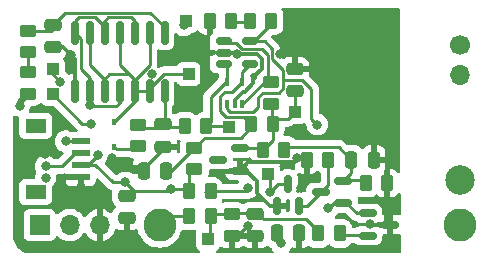
<source format=gbr>
%TF.GenerationSoftware,KiCad,Pcbnew,8.99.0-unknown-2123e2ca9c~177~ubuntu22.04.1*%
%TF.CreationDate,2024-04-04T17:44:23+09:00*%
%TF.ProjectId,SafePulse,53616665-5075-46c7-9365-2e6b69636164,V1.2.4*%
%TF.SameCoordinates,PX78d49e0PY49c7f08*%
%TF.FileFunction,Copper,L4,Bot*%
%TF.FilePolarity,Positive*%
%FSLAX46Y46*%
G04 Gerber Fmt 4.6, Leading zero omitted, Abs format (unit mm)*
G04 Created by KiCad (PCBNEW 8.99.0-unknown-2123e2ca9c~177~ubuntu22.04.1) date 2024-04-04 17:44:23*
%MOMM*%
%LPD*%
G01*
G04 APERTURE LIST*
G04 Aperture macros list*
%AMRoundRect*
0 Rectangle with rounded corners*
0 $1 Rounding radius*
0 $2 $3 $4 $5 $6 $7 $8 $9 X,Y pos of 4 corners*
0 Add a 4 corners polygon primitive as box body*
4,1,4,$2,$3,$4,$5,$6,$7,$8,$9,$2,$3,0*
0 Add four circle primitives for the rounded corners*
1,1,$1+$1,$2,$3*
1,1,$1+$1,$4,$5*
1,1,$1+$1,$6,$7*
1,1,$1+$1,$8,$9*
0 Add four rect primitives between the rounded corners*
20,1,$1+$1,$2,$3,$4,$5,0*
20,1,$1+$1,$4,$5,$6,$7,0*
20,1,$1+$1,$6,$7,$8,$9,0*
20,1,$1+$1,$8,$9,$2,$3,0*%
G04 Aperture macros list end*
%TA.AperFunction,ComponentPad*%
%ADD10C,1.700000*%
%TD*%
%TA.AperFunction,ComponentPad*%
%ADD11O,1.700000X1.700000*%
%TD*%
%TA.AperFunction,ComponentPad*%
%ADD12C,2.500000*%
%TD*%
%TA.AperFunction,ComponentPad*%
%ADD13C,2.800000*%
%TD*%
%TA.AperFunction,ComponentPad*%
%ADD14R,1.700000X1.700000*%
%TD*%
%TA.AperFunction,SMDPad,CuDef*%
%ADD15R,1.000000X1.000000*%
%TD*%
%TA.AperFunction,SMDPad,CuDef*%
%ADD16RoundRect,0.250000X-0.262500X-0.450000X0.262500X-0.450000X0.262500X0.450000X-0.262500X0.450000X0*%
%TD*%
%TA.AperFunction,SMDPad,CuDef*%
%ADD17RoundRect,0.150000X0.587500X0.150000X-0.587500X0.150000X-0.587500X-0.150000X0.587500X-0.150000X0*%
%TD*%
%TA.AperFunction,SMDPad,CuDef*%
%ADD18RoundRect,0.250000X0.262500X0.450000X-0.262500X0.450000X-0.262500X-0.450000X0.262500X-0.450000X0*%
%TD*%
%TA.AperFunction,SMDPad,CuDef*%
%ADD19RoundRect,0.250000X-0.250000X-0.475000X0.250000X-0.475000X0.250000X0.475000X-0.250000X0.475000X0*%
%TD*%
%TA.AperFunction,SMDPad,CuDef*%
%ADD20RoundRect,0.250000X-0.475000X0.250000X-0.475000X-0.250000X0.475000X-0.250000X0.475000X0.250000X0*%
%TD*%
%TA.AperFunction,SMDPad,CuDef*%
%ADD21RoundRect,0.250000X0.450000X-0.262500X0.450000X0.262500X-0.450000X0.262500X-0.450000X-0.262500X0*%
%TD*%
%TA.AperFunction,SMDPad,CuDef*%
%ADD22RoundRect,0.250000X-0.450000X0.262500X-0.450000X-0.262500X0.450000X-0.262500X0.450000X0.262500X0*%
%TD*%
%TA.AperFunction,SMDPad,CuDef*%
%ADD23R,0.450000X0.600000*%
%TD*%
%TA.AperFunction,SMDPad,CuDef*%
%ADD24RoundRect,0.150000X-0.587500X-0.150000X0.587500X-0.150000X0.587500X0.150000X-0.587500X0.150000X0*%
%TD*%
%TA.AperFunction,SMDPad,CuDef*%
%ADD25RoundRect,0.150000X0.150000X-0.587500X0.150000X0.587500X-0.150000X0.587500X-0.150000X-0.587500X0*%
%TD*%
%TA.AperFunction,SMDPad,CuDef*%
%ADD26R,1.550000X0.600000*%
%TD*%
%TA.AperFunction,SMDPad,CuDef*%
%ADD27R,1.800000X1.200000*%
%TD*%
%TA.AperFunction,SMDPad,CuDef*%
%ADD28RoundRect,0.150000X0.150000X-0.825000X0.150000X0.825000X-0.150000X0.825000X-0.150000X-0.825000X0*%
%TD*%
%TA.AperFunction,SMDPad,CuDef*%
%ADD29RoundRect,0.250000X0.250000X0.475000X-0.250000X0.475000X-0.250000X-0.475000X0.250000X-0.475000X0*%
%TD*%
%TA.AperFunction,SMDPad,CuDef*%
%ADD30RoundRect,0.150000X-0.512500X-0.150000X0.512500X-0.150000X0.512500X0.150000X-0.512500X0.150000X0*%
%TD*%
%TA.AperFunction,SMDPad,CuDef*%
%ADD31RoundRect,0.250000X0.475000X-0.250000X0.475000X0.250000X-0.475000X0.250000X-0.475000X-0.250000X0*%
%TD*%
%TA.AperFunction,SMDPad,CuDef*%
%ADD32R,0.400000X0.650000*%
%TD*%
%TA.AperFunction,ViaPad*%
%ADD33C,0.800000*%
%TD*%
%TA.AperFunction,Conductor*%
%ADD34C,0.250000*%
%TD*%
%TA.AperFunction,Conductor*%
%ADD35C,0.330200*%
%TD*%
%TA.AperFunction,Conductor*%
%ADD36C,0.500000*%
%TD*%
G04 APERTURE END LIST*
D10*
%TO.P,two_pinheader1,1,Pin_1*%
%TO.N,unconnected-(two_pinheader1-Pad1)*%
X37360000Y17040000D03*
D11*
%TO.P,two_pinheader1,2,Pin_2*%
%TO.N,unconnected-(two_pinheader1-Pad2)*%
X37360000Y14500000D03*
%TD*%
D12*
%TO.P,H2,1,1*%
%TO.N,Net-(H2-Pad1)*%
X37360000Y5610000D03*
%TD*%
D13*
%TO.P,H4,1,1*%
%TO.N,Net-(H2-Pad1)*%
X37360000Y1800000D03*
%TD*%
%TO.P,H1,1,1*%
%TO.N,Net-(H1-Pad1)*%
X11960000Y1800000D03*
%TD*%
D14*
%TO.P,J1,1,Pin_1*%
%TO.N,Net-(F1-Pad1)*%
X1800000Y1800000D03*
D11*
%TO.P,J1,2,Pin_2*%
%TO.N,Net-(D2-Pad2)*%
X4340000Y1800000D03*
%TO.P,J1,3,Pin_3*%
%TO.N,GND*%
X6880000Y1800000D03*
%TD*%
D15*
%TO.P,TP5,1,1*%
%TO.N,Net-(C7-Pad1)*%
X2900000Y12900000D03*
%TD*%
D16*
%TO.P,R21,1*%
%TO.N,Net-(H1-Pad1)*%
X14437500Y2600000D03*
%TO.P,R21,2*%
%TO.N,Net-(C22-Pad1)*%
X16262500Y2600000D03*
%TD*%
D15*
%TO.P,TP1,1,1*%
%TO.N,+1V2*%
X23400000Y11365000D03*
%TD*%
D16*
%TO.P,R12,1*%
%TO.N,+3V3*%
X14437500Y4650000D03*
%TO.P,R12,2*%
%TO.N,Net-(R6-Pad1)*%
X16262500Y4650000D03*
%TD*%
D17*
%TO.P,Q3,1,B*%
%TO.N,Net-(C24-Pad1)*%
X27507500Y5545000D03*
%TO.P,Q3,2,E*%
%TO.N,Net-(Q3-Pad2)*%
X27507500Y3645000D03*
%TO.P,Q3,3,C*%
%TO.N,Net-(Q2-Pad1)*%
X25632500Y4595000D03*
%TD*%
D15*
%TO.P,TP6,1,1*%
%TO.N,Net-(C6-Pad2)*%
X14200000Y19100000D03*
%TD*%
D18*
%TO.P,R24,1*%
%TO.N,Net-(R23-Pad2)*%
X18012500Y19100000D03*
%TO.P,R24,2*%
%TO.N,GND*%
X16187500Y19100000D03*
%TD*%
D19*
%TO.P,C23,1*%
%TO.N,Net-(R6-Pad1)*%
X21850000Y1095000D03*
%TO.P,C23,2*%
%TO.N,GND*%
X23750000Y1095000D03*
%TD*%
D20*
%TO.P,C2,1*%
%TO.N,Net-(R5-Pad1)*%
X2900000Y18750000D03*
%TO.P,C2,2*%
%TO.N,GND*%
X2900000Y16850000D03*
%TD*%
D15*
%TO.P,TP3,1,1*%
%TO.N,Net-(D1-Pad1)*%
X14400000Y14600000D03*
%TD*%
D19*
%TO.P,C24,1*%
%TO.N,Net-(C24-Pad1)*%
X28170000Y7345000D03*
%TO.P,C24,2*%
%TO.N,GND*%
X30070000Y7345000D03*
%TD*%
D21*
%TO.P,R25,1*%
%TO.N,+3V3*%
X14900000Y6537500D03*
%TO.P,R25,2*%
%TO.N,Net-(C27-Pad1)*%
X14900000Y8362500D03*
%TD*%
D22*
%TO.P,R22,1*%
%TO.N,Net-(C22-Pad1)*%
X18050000Y2712500D03*
%TO.P,R22,2*%
%TO.N,GND*%
X18050000Y887500D03*
%TD*%
D23*
%TO.P,D1,1,K*%
%TO.N,Net-(D1-Pad1)*%
X8100000Y10550000D03*
%TO.P,D1,2,A*%
%TO.N,Net-(D1-Pad2)*%
X8100000Y8450000D03*
%TD*%
D22*
%TO.P,R5,1*%
%TO.N,Net-(R5-Pad1)*%
X820000Y18257500D03*
%TO.P,R5,2*%
%TO.N,Net-(FB1-Pad2)*%
X820000Y16432500D03*
%TD*%
D20*
%TO.P,C22,1*%
%TO.N,Net-(C22-Pad1)*%
X20050000Y2750000D03*
%TO.P,C22,2*%
%TO.N,GND*%
X20050000Y850000D03*
%TD*%
D24*
%TO.P,Q4,1,B*%
%TO.N,Net-(Q4-Pad1)*%
X29562500Y895000D03*
%TO.P,Q4,2,E*%
%TO.N,Net-(Q3-Pad2)*%
X29562500Y2795000D03*
%TO.P,Q4,3,C*%
%TO.N,GND*%
X31437500Y1845000D03*
%TD*%
D16*
%TO.P,R20,1*%
%TO.N,Net-(C27-Pad1)*%
X19687500Y10341000D03*
%TO.P,R20,2*%
%TO.N,+1V2*%
X21512500Y10341000D03*
%TD*%
D25*
%TO.P,Q2,1,B*%
%TO.N,Net-(Q2-Pad1)*%
X23770000Y3407500D03*
%TO.P,Q2,2,E*%
%TO.N,GND*%
X21870000Y3407500D03*
%TO.P,Q2,3,C*%
%TO.N,Net-(Q2-Pad3)*%
X22820000Y5282500D03*
%TD*%
D18*
%TO.P,R23,1*%
%TO.N,Net-(R23-Pad1)*%
X21412500Y19100000D03*
%TO.P,R23,2*%
%TO.N,Net-(R23-Pad2)*%
X19587500Y19100000D03*
%TD*%
D20*
%TO.P,C1,1*%
%TO.N,Net-(C1-Pad1)*%
X12200000Y10350000D03*
%TO.P,C1,2*%
%TO.N,GND*%
X12200000Y8450000D03*
%TD*%
%TO.P,C4,1*%
%TO.N,+3V3*%
X9150000Y4300000D03*
%TO.P,C4,2*%
%TO.N,GND*%
X9150000Y2400000D03*
%TD*%
D16*
%TO.P,R14,1*%
%TO.N,+1V2*%
X20699500Y8150000D03*
%TO.P,R14,2*%
%TO.N,Net-(C24-Pad1)*%
X22524500Y8150000D03*
%TD*%
D15*
%TO.P,TP2,1,1*%
%TO.N,Net-(R3-Pad2)*%
X17800000Y10100000D03*
%TD*%
%TO.P,TP8,1,1*%
%TO.N,Net-(C22-Pad1)*%
X16050000Y600000D03*
%TD*%
%TO.P,TP9,1,1*%
%TO.N,Net-(Q2-Pad3)*%
X21104000Y6118000D03*
%TD*%
D26*
%TO.P,J2,1,1*%
%TO.N,GND*%
X5275000Y5900000D03*
%TO.P,J2,2,2*%
%TO.N,+3V3*%
X5275000Y6900000D03*
%TO.P,J2,3,3*%
%TO.N,Net-(IC1-Pad6)*%
X5275000Y7900000D03*
%TO.P,J2,4,4*%
%TO.N,Net-(IC1-Pad7)*%
X5275000Y8900000D03*
D27*
%TO.P,J2,5,5*%
%TO.N,unconnected-(J2-Pad5)*%
X1450000Y4600000D03*
%TO.P,J2,6,6*%
%TO.N,unconnected-(J2-Pad6)*%
X1450000Y10200000D03*
%TD*%
D28*
%TO.P,U2,1*%
%TO.N,Net-(C1-Pad1)*%
X12380000Y13125000D03*
%TO.P,U2,2*%
%TO.N,Net-(D1-Pad1)*%
X11110000Y13125000D03*
%TO.P,U2,3*%
X9840000Y13125000D03*
%TO.P,U2,4*%
%TO.N,Net-(Q1-Pad1)*%
X8570000Y13125000D03*
%TO.P,U2,5*%
%TO.N,Net-(D1-Pad1)*%
X7300000Y13125000D03*
%TO.P,U2,6*%
%TO.N,Net-(Q1-Pad1)*%
X6030000Y13125000D03*
%TO.P,U2,7,GND*%
%TO.N,GND*%
X4760000Y13125000D03*
%TO.P,U2,8*%
%TO.N,Net-(Q1-Pad1)*%
X4760000Y18075000D03*
%TO.P,U2,9*%
%TO.N,Net-(D1-Pad1)*%
X6030000Y18075000D03*
%TO.P,U2,10*%
%TO.N,Net-(Q1-Pad1)*%
X7300000Y18075000D03*
%TO.P,U2,11*%
%TO.N,Net-(D1-Pad1)*%
X8570000Y18075000D03*
%TO.P,U2,12*%
%TO.N,Net-(Q1-Pad1)*%
X9840000Y18075000D03*
%TO.P,U2,13*%
%TO.N,Net-(D1-Pad1)*%
X11110000Y18075000D03*
%TO.P,U2,14,VCC*%
%TO.N,Net-(R5-Pad1)*%
X12380000Y18075000D03*
%TD*%
D29*
%TO.P,C27,1*%
%TO.N,Net-(C27-Pad1)*%
X12520000Y6345000D03*
%TO.P,C27,2*%
%TO.N,GND*%
X10620000Y6345000D03*
%TD*%
D16*
%TO.P,R3,1*%
%TO.N,Net-(C1-Pad1)*%
X14095500Y10182000D03*
%TO.P,R3,2*%
%TO.N,Net-(R3-Pad2)*%
X15920500Y10182000D03*
%TD*%
D22*
%TO.P,R4,1*%
%TO.N,Net-(C1-Pad1)*%
X10100000Y10312500D03*
%TO.P,R4,2*%
%TO.N,Net-(D1-Pad2)*%
X10100000Y8487500D03*
%TD*%
D30*
%TO.P,U3,1*%
%TO.N,Net-(R3-Pad2)*%
X17362500Y15450000D03*
%TO.P,U3,2,V-*%
%TO.N,GND*%
X17362500Y16400000D03*
%TO.P,U3,3,+*%
%TO.N,Net-(R27-Pad1)*%
X17362500Y17350000D03*
%TO.P,U3,4,-*%
%TO.N,Net-(R23-Pad1)*%
X19637500Y17350000D03*
%TO.P,U3,5,V+*%
%TO.N,Net-(C27-Pad1)*%
X19637500Y15450000D03*
%TD*%
D16*
%TO.P,R15,1*%
%TO.N,Net-(C24-Pad1)*%
X29407500Y5345000D03*
%TO.P,R15,2*%
%TO.N,GND*%
X31232500Y5345000D03*
%TD*%
D15*
%TO.P,TP4,1,1*%
%TO.N,Net-(Q1-Pad1)*%
X2900000Y15000000D03*
%TD*%
D17*
%TO.P,U1,1,IN*%
%TO.N,+1V2*%
X18757500Y8295000D03*
%TO.P,U1,2,OUT*%
%TO.N,GND*%
X18757500Y6395000D03*
%TO.P,U1,3,GND*%
%TO.N,unconnected-(U1-Pad3)*%
X16882500Y7345000D03*
%TD*%
D18*
%TO.P,R16,1*%
%TO.N,Net-(Q2-Pad1)*%
X26232500Y7345000D03*
%TO.P,R16,2*%
%TO.N,GND*%
X24407500Y7345000D03*
%TD*%
D31*
%TO.P,C25,1*%
%TO.N,+1V2*%
X23400000Y13115000D03*
%TO.P,C25,2*%
%TO.N,GND*%
X23400000Y15015000D03*
%TD*%
D21*
%TO.P,FB1,1*%
%TO.N,+3V3*%
X820000Y12932500D03*
%TO.P,FB1,2*%
%TO.N,Net-(FB1-Pad2)*%
X820000Y14757500D03*
%TD*%
D22*
%TO.P,R27,1*%
%TO.N,Net-(R27-Pad1)*%
X21400000Y13912500D03*
%TO.P,R27,2*%
%TO.N,+1V2*%
X21400000Y12087500D03*
%TD*%
D18*
%TO.P,R19,1*%
%TO.N,Net-(Q4-Pad1)*%
X27212500Y1095000D03*
%TO.P,R19,2*%
%TO.N,Net-(C22-Pad1)*%
X25387500Y1095000D03*
%TD*%
D32*
%TO.P,U33,1,+*%
%TO.N,Net-(R27-Pad1)*%
X18950000Y12026000D03*
%TO.P,U33,2,V-*%
%TO.N,GND*%
X18300000Y12026000D03*
%TO.P,U33,3,-*%
%TO.N,Net-(R23-Pad1)*%
X17650000Y12026000D03*
%TO.P,U33,4*%
%TO.N,Net-(R3-Pad2)*%
X17650000Y13926000D03*
%TO.P,U33,5,V+*%
%TO.N,Net-(C27-Pad1)*%
X18950000Y13926000D03*
%TD*%
D33*
%TO.N,GND*%
X19446747Y1733798D03*
X18500000Y16251183D03*
X27800000Y9365000D03*
X23550000Y7463500D03*
X2250000Y7800000D03*
X15000000Y16300000D03*
X22161441Y16315130D03*
X11301303Y14625832D03*
X29750000Y1850000D03*
X7950000Y7450000D03*
X23900000Y4900000D03*
X5300000Y5000000D03*
X9400000Y6800000D03*
X4450000Y16200000D03*
%TO.N,Net-(C7-Pad1)*%
X6150000Y10400000D03*
%TO.N,+3V3*%
X100000Y11900000D03*
X12934500Y4848000D03*
X9064700Y5423900D03*
X6700000Y7750000D03*
%TO.N,Net-(Q2-Pad3)*%
X21320000Y4595000D03*
%TO.N,Net-(Q1-Pad1)*%
X6030000Y11970000D03*
X3550000Y13950000D03*
%TO.N,Net-(Q3-Pad2)*%
X26219800Y3233400D03*
%TO.N,Net-(C6-Pad2)*%
X14000000Y18700000D03*
%TO.N,Net-(R23-Pad1)*%
X25300000Y10300000D03*
%TO.N,Net-(IC1-Pad6)*%
X2300000Y6800000D03*
%TO.N,Net-(IC1-Pad7)*%
X4000000Y8900000D03*
X2300000Y5800000D03*
%TO.N,Net-(R6-Pad1)*%
X19450000Y4950000D03*
X22250000Y251500D03*
%TD*%
D34*
%TO.N,Net-(C1-Pad1)*%
X12070000Y10045000D02*
X12145000Y10120000D01*
X12058000Y10057500D02*
X12070000Y10045000D01*
X12380000Y12170000D02*
X12380000Y10355000D01*
X12380000Y10355000D02*
X12070000Y10045000D01*
X12145000Y10120000D02*
X13682500Y10120000D01*
X9820000Y10057500D02*
X12058000Y10057500D01*
D35*
%TO.N,GND*%
X23900000Y4900000D02*
X23700000Y4700000D01*
D34*
X10775000Y6800000D02*
X12070000Y8095000D01*
D35*
X5300000Y5875000D02*
X5275000Y5900000D01*
X19446747Y1733798D02*
X18600449Y887500D01*
X20180000Y4510000D02*
X21282500Y3407500D01*
X19446747Y1453253D02*
X20050000Y850000D01*
X21282500Y3407500D02*
X21870000Y3407500D01*
X18600449Y887500D02*
X18050000Y887500D01*
X19900000Y14300000D02*
X19900000Y13800000D01*
X23383380Y7158380D02*
X23325000Y7100000D01*
X17362500Y16400000D02*
X18351183Y16400000D01*
X4450000Y16200000D02*
X4760000Y15890000D01*
X19900000Y13800000D02*
X19200000Y13100000D01*
X19446747Y1733798D02*
X19446747Y1453253D01*
D34*
X9400000Y6800000D02*
X10775000Y6800000D01*
X12070000Y8095000D02*
X12070000Y8145000D01*
D36*
X31232500Y5345000D02*
X31232500Y2050000D01*
D35*
X29755000Y1845000D02*
X30757500Y1845000D01*
X19462500Y7100000D02*
X18757500Y6395000D01*
X18300000Y12425900D02*
X18300000Y12026000D01*
X18526817Y16278000D02*
X20232000Y16278000D01*
X3800000Y16850000D02*
X3275000Y16850000D01*
X11390000Y14665000D02*
X11350832Y14625832D01*
X18757500Y6395000D02*
X18757500Y6532500D01*
X18351183Y16400000D02*
X18500000Y16251183D01*
X20232000Y16278000D02*
X20640000Y15870000D01*
X4450000Y16200000D02*
X3800000Y16850000D01*
X23950000Y895000D02*
X23750000Y1095000D01*
X4760000Y15890000D02*
X4760000Y13900000D01*
X20640000Y15870000D02*
X20640000Y15040000D01*
X11350832Y14625832D02*
X11301303Y14625832D01*
X31232500Y2050000D02*
X31437500Y1845000D01*
X19200000Y13100000D02*
X18974100Y13100000D01*
X18757500Y6395000D02*
X19305000Y6395000D01*
X5300000Y5000000D02*
X5300000Y5875000D01*
X23325000Y7100000D02*
X19462500Y7100000D01*
X20180000Y5520000D02*
X20180000Y4510000D01*
X20012500Y887500D02*
X20050000Y850000D01*
X18974100Y13100000D02*
X18300000Y12425900D01*
X18500000Y16251183D02*
X18526817Y16278000D01*
X29750000Y1850000D02*
X29755000Y1845000D01*
D34*
X12070000Y8145000D02*
X11870000Y8145000D01*
D35*
X23700000Y4700000D02*
X23693382Y4700000D01*
D34*
X24320000Y7885600D02*
X24320000Y6796000D01*
D35*
X20640000Y15040000D02*
X19900000Y14300000D01*
X19305000Y6395000D02*
X20180000Y5520000D01*
D34*
%TO.N,Net-(C7-Pad1)*%
X5400000Y10400000D02*
X2900000Y12900000D01*
X6150000Y10400000D02*
X5400000Y10400000D01*
%TO.N,Net-(C24-Pad1)*%
X29407500Y5345000D02*
X29157500Y5595000D01*
X28170000Y7345000D02*
X27105000Y8410000D01*
X22784500Y8410000D02*
X22524500Y8150000D01*
X29157500Y5595000D02*
X27557500Y5595000D01*
X28170000Y7345000D02*
X28170000Y6207500D01*
X27105000Y8410000D02*
X22784500Y8410000D01*
X27557500Y5595000D02*
X27507500Y5545000D01*
X28170000Y6207500D02*
X27507500Y5545000D01*
X28170000Y7345000D02*
X28070000Y7345000D01*
X27607500Y5445000D02*
X27507500Y5545000D01*
X27608000Y5445000D02*
X27607500Y5445000D01*
X27608000Y5445000D02*
X27508000Y5545000D01*
X29408000Y5345000D02*
X29407500Y5345000D01*
%TO.N,+3V3*%
X14437500Y6050000D02*
X14820000Y6432500D01*
X12934500Y4696400D02*
X9792200Y4696400D01*
X14157500Y4595000D02*
X14437500Y4875000D01*
X5850000Y6900000D02*
X5275000Y6900000D01*
X6700000Y7750000D02*
X5850000Y6900000D01*
X14209300Y4696400D02*
X14055700Y4850000D01*
X6500000Y6900000D02*
X7976100Y5423900D01*
X9792200Y4696400D02*
X9064700Y5423900D01*
X13088100Y4850000D02*
X12934500Y4696400D01*
D36*
X100000Y11900000D02*
X100000Y12212500D01*
D34*
X14055700Y4850000D02*
X13088100Y4850000D01*
X7976100Y5423900D02*
X9064700Y5423900D01*
X12934500Y4696400D02*
X12934500Y4848000D01*
X14437500Y4875000D02*
X14437500Y6050000D01*
D36*
X100000Y12212500D02*
X820000Y12932500D01*
D34*
X5275000Y6900000D02*
X6500000Y6900000D01*
%TO.N,Net-(Q2-Pad3)*%
X22007500Y5282500D02*
X22820000Y5282500D01*
X22757500Y5345000D02*
X22813300Y5289300D01*
X21320000Y5980000D02*
X21320000Y4595000D01*
X21200000Y6100000D02*
X21320000Y5980000D01*
X21320000Y4595000D02*
X22007500Y5282500D01*
X22813300Y5289300D02*
X22820000Y5282500D01*
%TO.N,Net-(Q2-Pad1)*%
X25038500Y4001300D02*
X25632000Y4595000D01*
X23770000Y3407500D02*
X24445000Y3407500D01*
X26232500Y5195000D02*
X25632500Y4595000D01*
X25038500Y4001300D02*
X25038800Y4001300D01*
X26232500Y7345000D02*
X26232500Y5195000D01*
X24445000Y3407500D02*
X25038500Y4001300D01*
X25038800Y4001300D02*
X25632500Y4595000D01*
%TO.N,Net-(R5-Pad1)*%
X3926520Y19776520D02*
X2900000Y18750000D01*
X2820000Y18295000D02*
X2890000Y18365000D01*
X820000Y18257500D02*
X2782500Y18257500D01*
X12380000Y18570000D02*
X11173480Y19776520D01*
X2782500Y18257500D02*
X2820000Y18295000D01*
X12380000Y18075000D02*
X12380000Y18570000D01*
X11173480Y19776520D02*
X3926520Y19776520D01*
%TO.N,Net-(D1-Pad1)*%
X7300000Y14099999D02*
X6030000Y15369999D01*
X12308008Y14600000D02*
X11110000Y13401992D01*
X9339999Y14600000D02*
X9840000Y14099999D01*
X11110000Y13401992D02*
X11110000Y13125000D01*
X7300000Y13125000D02*
X7300000Y14200000D01*
X7300000Y14200000D02*
X7700000Y14600000D01*
X14400000Y14600000D02*
X12308008Y14600000D01*
X8570000Y15369999D02*
X8570000Y18075000D01*
X9840000Y12290000D02*
X8100000Y10550000D01*
X6030000Y15369999D02*
X6030000Y18075000D01*
X9840000Y14099999D02*
X11110000Y15369999D01*
X9840000Y14099999D02*
X8570000Y15369999D01*
X7700000Y14600000D02*
X9339999Y14600000D01*
X11110000Y15369999D02*
X11110000Y18075000D01*
X9840000Y13125000D02*
X11110000Y13125000D01*
X7300000Y14099999D02*
X7300000Y13125000D01*
X9840000Y14099999D02*
X9840000Y13125000D01*
X9840000Y13125000D02*
X9840000Y12290000D01*
%TO.N,+1V2*%
X21712500Y10477500D02*
X21712500Y10765000D01*
X21490000Y10987500D02*
X21490000Y11875000D01*
X21712500Y10765000D02*
X21490000Y10987500D01*
X23400000Y11365000D02*
X23410000Y11365000D01*
X23410000Y13105000D02*
X23400000Y13115000D01*
X21712500Y10765000D02*
X22800000Y10765000D01*
X18757500Y8295000D02*
X18802500Y8340000D01*
X22800000Y10765000D02*
X23400000Y11365000D01*
X23050000Y13465000D02*
X23400000Y13115000D01*
X21512500Y8963000D02*
X20699500Y8150000D01*
X23410000Y11365000D02*
X23410000Y13105000D01*
X18802500Y8340000D02*
X20362500Y8340000D01*
X21512500Y10341000D02*
X21512500Y8963000D01*
X19020000Y8295000D02*
X18757500Y8295000D01*
%TO.N,Net-(Q1-Pad1)*%
X7600000Y19400000D02*
X9489999Y19400000D01*
X6050000Y14250000D02*
X6030000Y14230000D01*
X2900000Y14600000D02*
X3550000Y13950000D01*
X5110001Y19400000D02*
X6450000Y19400000D01*
X6450000Y19400000D02*
X7300000Y18550000D01*
X7300000Y18075000D02*
X7300000Y19100000D01*
X9489999Y19400000D02*
X9840000Y19049999D01*
X6150000Y11850000D02*
X6030000Y11970000D01*
X4760000Y18075000D02*
X4760000Y19049999D01*
X4760000Y18075000D02*
X5311520Y17523480D01*
X9840000Y19049999D02*
X9840000Y18075000D01*
X6030000Y14230000D02*
X6030000Y13125000D01*
X7300000Y18550000D02*
X7300000Y18075000D01*
X4760000Y19049999D02*
X5110001Y19400000D01*
X6030000Y11970000D02*
X6030000Y13125000D01*
X8570000Y13125000D02*
X8570000Y12170000D01*
X7300000Y19100000D02*
X7600000Y19400000D01*
X8250000Y11850000D02*
X6150000Y11850000D01*
X2900000Y15000000D02*
X2900000Y14600000D01*
X8570000Y12170000D02*
X8250000Y11850000D01*
X5311520Y17523480D02*
X5311520Y14988480D01*
X5311520Y14988480D02*
X6050000Y14250000D01*
%TO.N,Net-(D1-Pad2)*%
X8100000Y8450000D02*
X8317500Y8232500D01*
X8317500Y8232500D02*
X9820000Y8232500D01*
%TO.N,Net-(C22-Pad1)*%
X17607500Y2795000D02*
X17570000Y2757500D01*
X20310000Y2750000D02*
X19834000Y2750000D01*
X16326500Y2700000D02*
X16250000Y2623500D01*
X19570000Y2795000D02*
X17607500Y2795000D01*
X17512500Y2700000D02*
X16326500Y2700000D01*
X17570000Y2757500D02*
X17512500Y2700000D01*
X25157500Y1492500D02*
X24370000Y2280000D01*
X16250000Y1050000D02*
X15700000Y500000D01*
X20780000Y2280000D02*
X20310000Y2750000D01*
X16250000Y2623500D02*
X16250000Y1050000D01*
X24370000Y2280000D02*
X20780000Y2280000D01*
X25157500Y1257500D02*
X25157500Y1492500D01*
X17570000Y2757500D02*
X17802000Y2757500D01*
%TO.N,Net-(FB1-Pad2)*%
X820000Y16432500D02*
X820000Y14757500D01*
%TO.N,Net-(H1-Pad1)*%
X12722000Y2562000D02*
X11960000Y1800000D01*
X14095500Y2562000D02*
X12722000Y2562000D01*
%TO.N,Net-(Q3-Pad2)*%
X26720000Y3645000D02*
X26308400Y3233400D01*
X26308400Y3233400D02*
X26219800Y3233400D01*
X27507500Y3645000D02*
X26720000Y3645000D01*
X27775000Y3645000D02*
X28625000Y2795000D01*
X28625000Y2795000D02*
X29562500Y2795000D01*
X27507500Y3645000D02*
X27775000Y3645000D01*
X27507500Y3645000D02*
X27655000Y3645000D01*
%TO.N,Net-(Q4-Pad1)*%
X28862600Y950000D02*
X28882500Y969900D01*
X27127500Y950000D02*
X28862600Y950000D01*
%TO.N,Net-(C27-Pad1)*%
X14820000Y8257500D02*
X15070000Y8507500D01*
X18950000Y14762500D02*
X19637500Y15450000D01*
X12520000Y6345000D02*
X12907500Y6345000D01*
X17100000Y12700000D02*
X17500000Y13100000D01*
X18950000Y13926000D02*
X18950000Y14762500D01*
X17596489Y10933511D02*
X17100000Y11430000D01*
X19687500Y10341000D02*
X19094989Y10933511D01*
X19887500Y10252500D02*
X18818000Y9166000D01*
X17100000Y11430000D02*
X17100000Y12700000D01*
X18818000Y9166000D02*
X15770000Y9166000D01*
X17500000Y13100000D02*
X18124000Y13100000D01*
X12907500Y6345000D02*
X14820000Y8257500D01*
X19094989Y10933511D02*
X17596489Y10933511D01*
X15770000Y9166000D02*
X14820000Y8345000D01*
X18124000Y13100000D02*
X18950000Y13926000D01*
X14820000Y8345000D02*
X14820000Y8257500D01*
%TO.N,Net-(R23-Pad2)*%
X18012500Y19000000D02*
X19687500Y19000000D01*
%TO.N,Net-(R27-Pad1)*%
X21036500Y14112500D02*
X18950000Y12026000D01*
X21016620Y14067620D02*
X21100000Y14151000D01*
X20616176Y16720000D02*
X18960000Y16720000D01*
X21100000Y14151000D02*
X21100000Y16236176D01*
X21100000Y16236176D02*
X20616176Y16720000D01*
X18430000Y17250000D02*
X17562500Y17250000D01*
X18960000Y16720000D02*
X18430000Y17250000D01*
X21400000Y14112500D02*
X21036500Y14112500D01*
%TO.N,Net-(R3-Pad2)*%
X17640000Y15272500D02*
X17562500Y15350000D01*
X16280000Y12680000D02*
X17640000Y14040000D01*
X17005000Y10182000D02*
X17855000Y10182000D01*
X17640000Y14040000D02*
X17640000Y15272500D01*
X16280000Y10560000D02*
X16280000Y12680000D01*
X15982500Y10182000D02*
X17005000Y10182000D01*
%TO.N,Net-(R23-Pad1)*%
X24800000Y13310000D02*
X24045000Y14065000D01*
X20850000Y17350000D02*
X19637500Y17350000D01*
X20300000Y12630000D02*
X20670000Y13000000D01*
X22400000Y13370000D02*
X22400000Y13500000D01*
X25300000Y10300000D02*
X24800000Y10800000D01*
X19837500Y17250000D02*
X19837500Y17325000D01*
X24800000Y10800000D02*
X24800000Y13310000D01*
X22030000Y13000000D02*
X22400000Y13370000D01*
X17900000Y11400000D02*
X18362000Y11400000D01*
X17900000Y11400000D02*
X19901720Y11400000D01*
X19901720Y11400000D02*
X20300000Y11798280D01*
X20670000Y13000000D02*
X22030000Y13000000D01*
X17650000Y12026000D02*
X17650000Y11650000D01*
X22465000Y14065000D02*
X22400000Y14000000D01*
X22400000Y13500000D02*
X22400000Y14960642D01*
X22400000Y14000000D02*
X22400000Y13500000D01*
X17650000Y11650000D02*
X17900000Y11400000D01*
X19837500Y17325000D02*
X21512500Y19000000D01*
X21509930Y15850712D02*
X21509930Y16690070D01*
X22400000Y14960642D02*
X21509930Y15850712D01*
X20300000Y11798280D02*
X20300000Y12630000D01*
X24045000Y14065000D02*
X22465000Y14065000D01*
X21509930Y16690070D02*
X20850000Y17350000D01*
X25300000Y10300000D02*
X25255000Y10345000D01*
%TO.N,Net-(IC1-Pad6)*%
X3700000Y6800000D02*
X4800000Y7900000D01*
X4800000Y7900000D02*
X5275000Y7900000D01*
X2300000Y6800000D02*
X3700000Y6800000D01*
%TO.N,Net-(IC1-Pad7)*%
X4000000Y8900000D02*
X5275000Y8900000D01*
%TO.N,Net-(R6-Pad1)*%
X16262500Y4650000D02*
X19150000Y4650000D01*
X15820500Y4594500D02*
X15820000Y4595000D01*
X21850000Y651500D02*
X21850000Y1095000D01*
X15820500Y4594500D02*
X15820500Y4595000D01*
X19150000Y4650000D02*
X19450000Y4950000D01*
X15982500Y4595000D02*
X15982500Y5007500D01*
X21870000Y845000D02*
X21620000Y1095000D01*
X22250000Y251500D02*
X21850000Y651500D01*
X21570000Y1095000D02*
X21620000Y1095000D01*
%TD*%
%TA.AperFunction,Conductor*%
%TO.N,GND*%
G36*
X1926915Y12150068D02*
G01*
X1983750Y12107524D01*
X1983752Y12107522D01*
X1983752Y12107521D01*
X2036738Y12036739D01*
X2153792Y11949113D01*
X2153794Y11949112D01*
X2153796Y11949111D01*
X2212875Y11927076D01*
X2290795Y11898012D01*
X2290803Y11898010D01*
X2351350Y11891501D01*
X2351355Y11891501D01*
X2351362Y11891500D01*
X2960406Y11891500D01*
X3028527Y11871498D01*
X3049501Y11854595D01*
X4980501Y9923595D01*
X5014527Y9861283D01*
X5009462Y9790468D01*
X4966915Y9733632D01*
X4900395Y9708821D01*
X4891406Y9708500D01*
X4447988Y9708500D01*
X4447988Y9709182D01*
X4393620Y9719226D01*
X4282288Y9768794D01*
X4095487Y9808500D01*
X3904513Y9808500D01*
X3717711Y9768794D01*
X3543247Y9691118D01*
X3388744Y9578865D01*
X3260965Y9436952D01*
X3260958Y9436942D01*
X3165476Y9271562D01*
X3165473Y9271556D01*
X3158025Y9248633D01*
X3106457Y9089928D01*
X3086496Y8900000D01*
X3106457Y8710073D01*
X3127237Y8646121D01*
X3165473Y8528444D01*
X3175372Y8511298D01*
X3260958Y8363059D01*
X3260965Y8363049D01*
X3388744Y8221136D01*
X3423341Y8196000D01*
X3543248Y8108882D01*
X3717712Y8031206D01*
X3752637Y8023783D01*
X3815110Y7990056D01*
X3849432Y7927907D01*
X3844706Y7857068D01*
X3815537Y7811441D01*
X3474499Y7470404D01*
X3412189Y7436380D01*
X3385406Y7433500D01*
X3008200Y7433500D01*
X2940079Y7453502D01*
X2914563Y7475190D01*
X2911252Y7478867D01*
X2756752Y7591118D01*
X2582288Y7668794D01*
X2395487Y7708500D01*
X2204513Y7708500D01*
X2017711Y7668794D01*
X1843247Y7591118D01*
X1688744Y7478865D01*
X1560965Y7336952D01*
X1560958Y7336942D01*
X1483627Y7203000D01*
X1465473Y7171556D01*
X1450999Y7127014D01*
X1406457Y6989928D01*
X1386496Y6800000D01*
X1406457Y6610073D01*
X1433698Y6526236D01*
X1465473Y6428444D01*
X1465474Y6428441D01*
X1503257Y6362999D01*
X1519994Y6294003D01*
X1503257Y6237001D01*
X1465474Y6171560D01*
X1465473Y6171557D01*
X1465473Y6171556D01*
X1457691Y6147606D01*
X1406457Y5989928D01*
X1388738Y5821330D01*
X1361725Y5755673D01*
X1303504Y5715043D01*
X1263428Y5708500D01*
X501350Y5708500D01*
X440803Y5701991D01*
X440795Y5701989D01*
X303797Y5650890D01*
X303792Y5650888D01*
X186738Y5563262D01*
X99112Y5446208D01*
X99110Y5446203D01*
X48011Y5309205D01*
X48009Y5309197D01*
X41500Y5248650D01*
X41500Y3951351D01*
X48009Y3890804D01*
X48011Y3890796D01*
X99110Y3753798D01*
X99112Y3753793D01*
X186738Y3636739D01*
X303792Y3549113D01*
X303794Y3549112D01*
X303796Y3549111D01*
X362875Y3527076D01*
X440795Y3498012D01*
X440803Y3498010D01*
X501350Y3491501D01*
X501355Y3491501D01*
X501362Y3491500D01*
X501368Y3491500D01*
X2398632Y3491500D01*
X2398638Y3491500D01*
X2398645Y3491501D01*
X2398649Y3491501D01*
X2459196Y3498010D01*
X2459199Y3498011D01*
X2459201Y3498011D01*
X2596204Y3549111D01*
X2602928Y3554144D01*
X2713261Y3636739D01*
X2800887Y3753793D01*
X2800887Y3753794D01*
X2800889Y3753796D01*
X2851989Y3890799D01*
X2852503Y3895573D01*
X2858499Y3951351D01*
X2858500Y3951368D01*
X2858500Y5018607D01*
X2878502Y5086728D01*
X2906582Y5116458D01*
X2906348Y5116717D01*
X2909553Y5119604D01*
X2910446Y5120548D01*
X2911253Y5121134D01*
X3039040Y5263056D01*
X3134527Y5428444D01*
X3174479Y5551403D01*
X3992000Y5551403D01*
X3998505Y5490907D01*
X4049555Y5354036D01*
X4049555Y5354035D01*
X4137095Y5237096D01*
X4254034Y5149556D01*
X4390906Y5098506D01*
X4451402Y5092001D01*
X4451415Y5092000D01*
X5021000Y5092000D01*
X5021000Y5646000D01*
X3992000Y5646000D01*
X3992000Y5551403D01*
X3174479Y5551403D01*
X3193542Y5610072D01*
X3213504Y5800000D01*
X3193542Y5989928D01*
X3189761Y6001565D01*
X3187735Y6072533D01*
X3224398Y6133331D01*
X3288111Y6164655D01*
X3309595Y6166500D01*
X3762393Y6166500D01*
X3762394Y6166500D01*
X3877427Y6189382D01*
X3948137Y6183054D01*
X3991101Y6154898D01*
X3991999Y6154000D01*
X4217956Y6154000D01*
X4261989Y6146055D01*
X4390795Y6098012D01*
X4390803Y6098010D01*
X4451350Y6091501D01*
X4451355Y6091501D01*
X4451362Y6091500D01*
X4451368Y6091500D01*
X5403000Y6091500D01*
X5471121Y6071498D01*
X5517614Y6017842D01*
X5529000Y5965500D01*
X5529000Y5092000D01*
X6098585Y5092000D01*
X6098597Y5092001D01*
X6159093Y5098506D01*
X6295964Y5149556D01*
X6295965Y5149556D01*
X6412904Y5237096D01*
X6500444Y5354035D01*
X6500444Y5354036D01*
X6551494Y5490907D01*
X6557999Y5551403D01*
X6558000Y5551415D01*
X6558000Y5641906D01*
X6578002Y5710027D01*
X6631658Y5756520D01*
X6701932Y5766624D01*
X6766512Y5737130D01*
X6773076Y5731020D01*
X7572267Y4931828D01*
X7676025Y4862499D01*
X7738714Y4836533D01*
X7791315Y4814745D01*
X7823039Y4808435D01*
X7885949Y4775527D01*
X7921080Y4713832D01*
X7923805Y4672050D01*
X7916500Y4600546D01*
X7916500Y3999456D01*
X7927112Y3895575D01*
X7982885Y3727262D01*
X8075970Y3576348D01*
X8075975Y3576342D01*
X8201345Y3450972D01*
X8204450Y3448517D01*
X8206027Y3446290D01*
X8206537Y3445780D01*
X8206449Y3445693D01*
X8245481Y3390578D01*
X8248673Y3319653D01*
X8213014Y3258261D01*
X8204454Y3250843D01*
X8201654Y3248630D01*
X8076370Y3123346D01*
X8076365Y3123340D01*
X7983340Y2972522D01*
X7957709Y2895171D01*
X7917295Y2836799D01*
X7851739Y2809544D01*
X7781854Y2822057D01*
X7760714Y2835372D01*
X7625301Y2940768D01*
X7625300Y2940769D01*
X7427371Y3047883D01*
X7427369Y3047884D01*
X7214512Y3120957D01*
X7214501Y3120960D01*
X7134000Y3134394D01*
X7134000Y2230703D01*
X7072993Y2265925D01*
X6945826Y2300000D01*
X6814174Y2300000D01*
X6687007Y2265925D01*
X6626000Y2230703D01*
X6626000Y3134393D01*
X6625999Y3134394D01*
X6545498Y3120960D01*
X6545487Y3120957D01*
X6332630Y3047884D01*
X6332628Y3047883D01*
X6134699Y2940769D01*
X6134698Y2940768D01*
X5957097Y2802535D01*
X5804670Y2636955D01*
X5715780Y2500899D01*
X5661776Y2454811D01*
X5591428Y2445236D01*
X5527071Y2475214D01*
X5504816Y2500899D01*
X5452914Y2580342D01*
X5415724Y2637266D01*
X5415720Y2637271D01*
X5266288Y2799595D01*
X5263240Y2802906D01*
X5263239Y2802907D01*
X5263237Y2802909D01*
X5181382Y2866619D01*
X5085576Y2941189D01*
X4887574Y3048342D01*
X4887572Y3048343D01*
X4887571Y3048344D01*
X4674639Y3121443D01*
X4674630Y3121445D01*
X4597029Y3134394D01*
X4452569Y3158500D01*
X4227431Y3158500D01*
X4082971Y3134394D01*
X4005369Y3121445D01*
X4005360Y3121443D01*
X3792428Y3048344D01*
X3792426Y3048342D01*
X3650211Y2971379D01*
X3594426Y2941190D01*
X3594424Y2941189D01*
X3416762Y2802909D01*
X3355754Y2736637D01*
X3294901Y2700067D01*
X3223936Y2702202D01*
X3165391Y2742364D01*
X3144999Y2777943D01*
X3117178Y2852533D01*
X3100889Y2896204D01*
X3100888Y2896206D01*
X3100887Y2896208D01*
X3013261Y3013262D01*
X2896207Y3100888D01*
X2896202Y3100890D01*
X2759204Y3151989D01*
X2759196Y3151991D01*
X2698649Y3158500D01*
X2698638Y3158500D01*
X901362Y3158500D01*
X901350Y3158500D01*
X840803Y3151991D01*
X840795Y3151989D01*
X703797Y3100890D01*
X703792Y3100888D01*
X586738Y3013262D01*
X499112Y2896208D01*
X499110Y2896203D01*
X448011Y2759205D01*
X448009Y2759197D01*
X441500Y2698650D01*
X441500Y901351D01*
X448009Y840804D01*
X448011Y840796D01*
X499110Y703798D01*
X499112Y703793D01*
X586738Y586739D01*
X703792Y499113D01*
X703794Y499112D01*
X703796Y499111D01*
X757600Y479043D01*
X840795Y448012D01*
X840803Y448010D01*
X901350Y441501D01*
X901355Y441501D01*
X901362Y441500D01*
X901368Y441500D01*
X2698632Y441500D01*
X2698638Y441500D01*
X2698645Y441501D01*
X2698649Y441501D01*
X2759196Y448010D01*
X2759199Y448011D01*
X2759201Y448011D01*
X2896204Y499111D01*
X2966399Y551658D01*
X3013261Y586739D01*
X3100886Y703792D01*
X3100885Y703792D01*
X3100889Y703796D01*
X3144999Y822061D01*
X3187545Y878893D01*
X3254066Y903704D01*
X3323440Y888612D01*
X3355753Y863365D01*
X3376529Y840796D01*
X3416762Y797092D01*
X3423347Y791967D01*
X3594424Y658811D01*
X3792426Y551658D01*
X3792427Y551658D01*
X3792428Y551657D01*
X3904227Y513277D01*
X4005365Y478556D01*
X4227431Y441500D01*
X4227435Y441500D01*
X4452565Y441500D01*
X4452569Y441500D01*
X4674635Y478556D01*
X4887574Y551658D01*
X5085576Y658811D01*
X5263240Y797094D01*
X5415722Y962732D01*
X5504816Y1099102D01*
X5558819Y1145190D01*
X5629167Y1154765D01*
X5693524Y1124788D01*
X5715782Y1099102D01*
X5804674Y963042D01*
X5957097Y797466D01*
X6134698Y659233D01*
X6134699Y659232D01*
X6332628Y552118D01*
X6332630Y552117D01*
X6545483Y479045D01*
X6545492Y479043D01*
X6626000Y465609D01*
X6626000Y1369298D01*
X6687007Y1334075D01*
X6814174Y1300000D01*
X6945826Y1300000D01*
X7072993Y1334075D01*
X7134000Y1369298D01*
X7134000Y465610D01*
X7214507Y479043D01*
X7214516Y479045D01*
X7427369Y552117D01*
X7427371Y552118D01*
X7625300Y659232D01*
X7625301Y659233D01*
X7802902Y797466D01*
X7955325Y963042D01*
X8078419Y1151452D01*
X8168820Y1357544D01*
X8173664Y1376670D01*
X8209776Y1437797D01*
X8273202Y1469696D01*
X8343806Y1462241D01*
X8349065Y1459933D01*
X8352474Y1458343D01*
X8520678Y1402607D01*
X8520681Y1402606D01*
X8624483Y1392001D01*
X8624483Y1392000D01*
X8896000Y1392000D01*
X8896000Y2528000D01*
X8916002Y2596121D01*
X8969658Y2642614D01*
X9022000Y2654000D01*
X9278000Y2654000D01*
X9346121Y2633998D01*
X9392614Y2580342D01*
X9404000Y2528000D01*
X9404000Y1392000D01*
X9675517Y1392000D01*
X9675516Y1392001D01*
X9779318Y1402606D01*
X9779330Y1402608D01*
X9939224Y1455592D01*
X10010178Y1458033D01*
X10071189Y1421725D01*
X10101977Y1362772D01*
X10117564Y1291121D01*
X10124130Y1260940D01*
X10164967Y1151452D01*
X10215674Y1015500D01*
X10219533Y1005155D01*
X10337866Y788444D01*
X10350369Y765548D01*
X10513963Y547012D01*
X10513966Y547009D01*
X10513968Y547006D01*
X10707006Y353968D01*
X10707009Y353966D01*
X10707011Y353964D01*
X10814732Y273325D01*
X10925551Y190367D01*
X11165155Y59533D01*
X11420940Y-35870D01*
X11420943Y-35870D01*
X11420947Y-35872D01*
X11575322Y-69454D01*
X11687698Y-93900D01*
X11960000Y-113375D01*
X12232302Y-93900D01*
X12499051Y-35872D01*
X12499052Y-35872D01*
X12499053Y-35871D01*
X12499060Y-35870D01*
X12754845Y59533D01*
X12994449Y190367D01*
X13212994Y353968D01*
X13406032Y547006D01*
X13569633Y765551D01*
X13700467Y1005155D01*
X13795870Y1260940D01*
X13809846Y1325190D01*
X13843869Y1387500D01*
X13906181Y1421526D01*
X13972595Y1418012D01*
X14020574Y1402113D01*
X14124455Y1391500D01*
X14750544Y1391501D01*
X14854426Y1402113D01*
X14854429Y1402114D01*
X14854431Y1402114D01*
X14907843Y1419813D01*
X14978797Y1422254D01*
X15039808Y1385946D01*
X15071503Y1322417D01*
X15065532Y1256177D01*
X15048010Y1209201D01*
X15048009Y1209197D01*
X15041500Y1148650D01*
X15041500Y51351D01*
X15048009Y-9196D01*
X15048011Y-9204D01*
X15099110Y-146202D01*
X15099112Y-146207D01*
X15186738Y-263261D01*
X15216373Y-285445D01*
X15303796Y-350889D01*
X15303800Y-350890D01*
X15307496Y-352909D01*
X15310482Y-355894D01*
X15311010Y-356290D01*
X15310953Y-356365D01*
X15357701Y-403109D01*
X15372796Y-472482D01*
X15347989Y-539004D01*
X15291156Y-581553D01*
X15247117Y-589500D01*
X1042501Y-589500D01*
X1033512Y-589179D01*
X835013Y-574982D01*
X817219Y-572423D01*
X627165Y-531079D01*
X609916Y-526015D01*
X427678Y-458044D01*
X411324Y-450575D01*
X240624Y-357365D01*
X225501Y-347646D01*
X69796Y-231087D01*
X56210Y-219314D01*
X-81315Y-81789D01*
X-93088Y-68203D01*
X-108875Y-47114D01*
X-209649Y87505D01*
X-219366Y102625D01*
X-237512Y135857D01*
X-312579Y273330D01*
X-320045Y289679D01*
X-388016Y471917D01*
X-393080Y489166D01*
X-434424Y679220D01*
X-436982Y697004D01*
X-449990Y878893D01*
X-451179Y895513D01*
X-451500Y904501D01*
X-451500Y10957044D01*
X-431498Y11025165D01*
X-377842Y11071658D01*
X-307568Y11081762D01*
X-274256Y11072153D01*
X-182288Y11031206D01*
X-55548Y11004267D01*
X6924Y10970539D01*
X41246Y10908389D01*
X43533Y10867558D01*
X41500Y10848647D01*
X41500Y9551351D01*
X48009Y9490804D01*
X48011Y9490796D01*
X99110Y9353798D01*
X99112Y9353793D01*
X186738Y9236739D01*
X303792Y9149113D01*
X303794Y9149112D01*
X303796Y9149111D01*
X348329Y9132501D01*
X440795Y9098012D01*
X440803Y9098010D01*
X501350Y9091501D01*
X501355Y9091501D01*
X501362Y9091500D01*
X501368Y9091500D01*
X2398632Y9091500D01*
X2398638Y9091500D01*
X2398645Y9091501D01*
X2398649Y9091501D01*
X2459196Y9098010D01*
X2459199Y9098011D01*
X2459201Y9098011D01*
X2596204Y9149111D01*
X2665373Y9200890D01*
X2713261Y9236739D01*
X2800887Y9353793D01*
X2800887Y9353794D01*
X2800889Y9353796D01*
X2848495Y9481430D01*
X2851988Y9490796D01*
X2851990Y9490804D01*
X2858499Y9551351D01*
X2858500Y9551368D01*
X2858500Y10848633D01*
X2858499Y10848650D01*
X2851990Y10909197D01*
X2851988Y10909205D01*
X2816531Y11004267D01*
X2800889Y11046204D01*
X2800888Y11046206D01*
X2800887Y11046208D01*
X2713261Y11163262D01*
X2596207Y11250888D01*
X2596202Y11250890D01*
X2459204Y11301989D01*
X2459196Y11301991D01*
X2398649Y11308500D01*
X2398638Y11308500D01*
X1025781Y11308500D01*
X957660Y11328502D01*
X911167Y11382158D01*
X901063Y11452432D01*
X916661Y11497499D01*
X922881Y11508273D01*
X934527Y11528444D01*
X993542Y11710072D01*
X1002854Y11798672D01*
X1029867Y11864328D01*
X1088088Y11904958D01*
X1128164Y11911501D01*
X1320544Y11911501D01*
X1424426Y11922113D01*
X1592738Y11977885D01*
X1743652Y12070970D01*
X1793790Y12121109D01*
X1856100Y12155132D01*
X1926915Y12150068D01*
G37*
%TD.AperFunction*%
%TA.AperFunction,Conductor*%
G36*
X19279430Y1121498D02*
G01*
X19300404Y1104595D01*
X19300999Y1104000D01*
X20178000Y1104000D01*
X20246121Y1083998D01*
X20292614Y1030342D01*
X20304000Y978000D01*
X20304000Y-158000D01*
X20575517Y-158000D01*
X20575516Y-157999D01*
X20679318Y-147394D01*
X20679321Y-147393D01*
X20847525Y-91657D01*
X20998337Y1365D01*
X20999146Y2004D01*
X20999806Y2271D01*
X21004585Y5218D01*
X21005088Y4403D01*
X21064983Y28574D01*
X21134734Y15331D01*
X21143441Y10427D01*
X21277262Y-72115D01*
X21368431Y-102325D01*
X21426801Y-142738D01*
X21437916Y-158929D01*
X21510958Y-285441D01*
X21510961Y-285445D01*
X21595369Y-379190D01*
X21626086Y-443197D01*
X21617321Y-513651D01*
X21571858Y-568182D01*
X21504130Y-589477D01*
X21501732Y-589500D01*
X16852883Y-589500D01*
X16784762Y-569498D01*
X16738269Y-515842D01*
X16728165Y-445568D01*
X16757659Y-380988D01*
X16792504Y-352909D01*
X16796196Y-350891D01*
X16796204Y-350889D01*
X16913261Y-263261D01*
X17000889Y-146204D01*
X17023122Y-86593D01*
X17065668Y-29761D01*
X17132189Y-4950D01*
X17201563Y-20042D01*
X17207324Y-23388D01*
X17277474Y-66657D01*
X17445678Y-122393D01*
X17445681Y-122394D01*
X17549483Y-132999D01*
X17549483Y-133000D01*
X17796000Y-133000D01*
X18304000Y-133000D01*
X18550517Y-133000D01*
X18550516Y-132999D01*
X18654318Y-122394D01*
X18654321Y-122393D01*
X18822528Y-66656D01*
X18952573Y13557D01*
X19021052Y32295D01*
X19088791Y11036D01*
X19096868Y5155D01*
X19101660Y1366D01*
X19252474Y-91657D01*
X19420678Y-147393D01*
X19420681Y-147394D01*
X19524483Y-157999D01*
X19524483Y-158000D01*
X19796000Y-158000D01*
X19796000Y596000D01*
X18863691Y596000D01*
X18795570Y616002D01*
X18774596Y632905D01*
X18774001Y633500D01*
X18304000Y633500D01*
X18304000Y-133000D01*
X17796000Y-133000D01*
X17796000Y1015500D01*
X17816002Y1083621D01*
X17869658Y1130114D01*
X17922000Y1141500D01*
X19211309Y1141500D01*
X19279430Y1121498D01*
G37*
%TD.AperFunction*%
%TA.AperFunction,Conductor*%
G36*
X32219275Y20169498D02*
G01*
X32265768Y20115842D01*
X32277153Y20064093D01*
X32341920Y6310686D01*
X32322239Y6242472D01*
X32268802Y6195727D01*
X32198577Y6185292D01*
X32133858Y6214481D01*
X32108680Y6243947D01*
X32093636Y6268337D01*
X32093629Y6268346D01*
X31968345Y6393630D01*
X31968339Y6393635D01*
X31817525Y6486658D01*
X31649321Y6542394D01*
X31649318Y6542395D01*
X31545516Y6553000D01*
X31486500Y6553000D01*
X31486500Y4137000D01*
X31545517Y4137000D01*
X31545516Y4137001D01*
X31649318Y4147606D01*
X31649321Y4147607D01*
X31817525Y4203343D01*
X31968339Y4296366D01*
X31968345Y4296371D01*
X32093629Y4421655D01*
X32093631Y4421658D01*
X32117700Y4460679D01*
X32170486Y4508157D01*
X32240560Y4519561D01*
X32305676Y4491270D01*
X32345160Y4432265D01*
X32350941Y4395126D01*
X32358680Y2751673D01*
X32338999Y2683459D01*
X32285562Y2636714D01*
X32215337Y2626279D01*
X32197527Y2630083D01*
X32128748Y2650066D01*
X32128750Y2650066D01*
X32091456Y2653000D01*
X31691500Y2653000D01*
X31691500Y1037001D01*
X32091456Y1037001D01*
X32128752Y1039936D01*
X32206048Y1062393D01*
X32277044Y1062192D01*
X32336661Y1023639D01*
X32365971Y958975D01*
X32367202Y941991D01*
X32369446Y465610D01*
X32370108Y325087D01*
X32373819Y-462908D01*
X32354139Y-531121D01*
X32300703Y-577866D01*
X32247821Y-589500D01*
X22998268Y-589500D01*
X22930147Y-569498D01*
X22883654Y-515842D01*
X22873550Y-445568D01*
X22903044Y-380988D01*
X22904631Y-379190D01*
X22924282Y-357365D01*
X22989040Y-285444D01*
X23071589Y-142464D01*
X23122970Y-93473D01*
X23192684Y-80037D01*
X23220340Y-85862D01*
X23345669Y-127392D01*
X23345681Y-127394D01*
X23449483Y-137999D01*
X23449483Y-138000D01*
X23496000Y-138000D01*
X23496000Y1223000D01*
X23516002Y1291121D01*
X23569658Y1337614D01*
X23622000Y1349000D01*
X23878000Y1349000D01*
X23946121Y1328998D01*
X23992614Y1275342D01*
X24004000Y1223000D01*
X24004000Y-138000D01*
X24050517Y-138000D01*
X24050516Y-137999D01*
X24154318Y-127394D01*
X24154321Y-127393D01*
X24322525Y-71657D01*
X24473339Y21366D01*
X24486390Y34417D01*
X24548701Y68444D01*
X24619517Y63381D01*
X24644709Y49188D01*
X24645102Y49823D01*
X24651346Y45972D01*
X24651348Y45970D01*
X24802262Y-47115D01*
X24970574Y-102887D01*
X25074455Y-113500D01*
X25700544Y-113499D01*
X25804426Y-102887D01*
X25972738Y-47115D01*
X26123652Y45970D01*
X26167120Y89438D01*
X26210905Y133222D01*
X26273217Y167248D01*
X26344032Y162183D01*
X26389095Y133222D01*
X26476341Y45976D01*
X26476347Y45971D01*
X26476348Y45970D01*
X26627262Y-47115D01*
X26795574Y-102887D01*
X26899455Y-113500D01*
X27525544Y-113499D01*
X27629426Y-102887D01*
X27797738Y-47115D01*
X27948652Y45970D01*
X28074030Y171348D01*
X28126643Y256648D01*
X28179429Y304125D01*
X28233884Y316500D01*
X28420050Y316500D01*
X28488171Y296498D01*
X28509140Y279600D01*
X28568190Y220550D01*
X28568193Y220547D01*
X28568196Y220545D01*
X28711394Y135857D01*
X28711397Y135857D01*
X28711399Y135855D01*
X28871169Y89438D01*
X28908488Y86501D01*
X28908489Y86500D01*
X28908498Y86500D01*
X30216511Y86500D01*
X30216511Y86501D01*
X30253831Y89438D01*
X30413601Y135855D01*
X30413603Y135857D01*
X30413605Y135857D01*
X30485204Y178201D01*
X30556807Y220547D01*
X30674453Y338193D01*
X30739399Y448010D01*
X30759143Y481395D01*
X30759143Y481397D01*
X30759145Y481399D01*
X30805562Y641169D01*
X30808499Y678489D01*
X30808500Y678489D01*
X30808500Y911001D01*
X30828502Y979122D01*
X30882158Y1025615D01*
X30934500Y1037001D01*
X31183500Y1037001D01*
X31183500Y1591000D01*
X30554842Y1591000D01*
X30490703Y1608547D01*
X30413601Y1654145D01*
X30333716Y1677354D01*
X30253829Y1700563D01*
X30216511Y1703500D01*
X30216502Y1703500D01*
X28908498Y1703500D01*
X28908489Y1703500D01*
X28871171Y1700563D01*
X28871170Y1700563D01*
X28711396Y1654144D01*
X28654585Y1620545D01*
X28621614Y1601047D01*
X28557476Y1583500D01*
X28348514Y1583500D01*
X28280393Y1603502D01*
X28233900Y1657158D01*
X28223166Y1696696D01*
X28222887Y1699425D01*
X28222887Y1699426D01*
X28167115Y1867738D01*
X28074030Y2018652D01*
X28074029Y2018653D01*
X28074024Y2018659D01*
X27948658Y2144025D01*
X27948652Y2144030D01*
X27880859Y2185845D01*
X27797738Y2237115D01*
X27713582Y2265001D01*
X27629427Y2292887D01*
X27629420Y2292888D01*
X27525553Y2303500D01*
X26899454Y2303500D01*
X26882900Y2301808D01*
X26813099Y2314784D01*
X26761395Y2363438D01*
X26744202Y2432321D01*
X26766980Y2499565D01*
X26796035Y2529092D01*
X26799261Y2531436D01*
X26831053Y2554534D01*
X26868498Y2596121D01*
X26958834Y2696449D01*
X26958834Y2696450D01*
X26958840Y2696456D01*
X27003322Y2773502D01*
X27054705Y2822494D01*
X27112441Y2836500D01*
X27635405Y2836500D01*
X27703526Y2816498D01*
X27724500Y2799596D01*
X28221167Y2302928D01*
X28324925Y2233599D01*
X28396788Y2203833D01*
X28440215Y2185845D01*
X28480971Y2177739D01*
X28543879Y2144832D01*
X28545484Y2143255D01*
X28568189Y2120550D01*
X28568196Y2120545D01*
X28711394Y2035857D01*
X28711397Y2035857D01*
X28711399Y2035855D01*
X28871169Y1989438D01*
X28908488Y1986501D01*
X28908489Y1986500D01*
X28908498Y1986500D01*
X30216511Y1986500D01*
X30216511Y1986501D01*
X30253831Y1989438D01*
X30413601Y2035855D01*
X30490703Y2081454D01*
X30554842Y2099000D01*
X31183500Y2099000D01*
X31183500Y2653000D01*
X30934500Y2653000D01*
X30866379Y2673002D01*
X30819886Y2726658D01*
X30808500Y2779000D01*
X30808500Y3011511D01*
X30808499Y3011512D01*
X30808361Y3013261D01*
X30805562Y3048831D01*
X30759145Y3208601D01*
X30759143Y3208603D01*
X30759143Y3208606D01*
X30674455Y3351804D01*
X30674450Y3351811D01*
X30556810Y3469451D01*
X30556803Y3469456D01*
X30413605Y3554144D01*
X30253829Y3600563D01*
X30216511Y3603500D01*
X30216502Y3603500D01*
X28908498Y3603500D01*
X28889385Y3601996D01*
X28819905Y3616593D01*
X28769346Y3666436D01*
X28753500Y3727608D01*
X28753500Y3861511D01*
X28753499Y3861512D01*
X28752259Y3877262D01*
X28750562Y3898831D01*
X28712039Y4031430D01*
X28712242Y4102421D01*
X28750795Y4162037D01*
X28815460Y4191346D01*
X28872665Y4186184D01*
X28990574Y4147113D01*
X29094455Y4136500D01*
X29720544Y4136501D01*
X29824426Y4147113D01*
X29992738Y4202885D01*
X30143652Y4295970D01*
X30167135Y4319453D01*
X30231259Y4383576D01*
X30293571Y4417602D01*
X30364386Y4412537D01*
X30409449Y4383576D01*
X30496654Y4296371D01*
X30496660Y4296366D01*
X30647474Y4203343D01*
X30815678Y4147607D01*
X30815681Y4147606D01*
X30919483Y4137001D01*
X30919483Y4137000D01*
X30978500Y4137000D01*
X30978500Y6496014D01*
X30998502Y6564135D01*
X31027227Y6594462D01*
X31067394Y6715680D01*
X31077999Y6819484D01*
X31078000Y6819484D01*
X31078000Y7091000D01*
X29942000Y7091000D01*
X29873879Y7111002D01*
X29827386Y7164658D01*
X29816000Y7217000D01*
X29816000Y7599000D01*
X30324000Y7599000D01*
X31078000Y7599000D01*
X31078000Y7870517D01*
X31067394Y7974319D01*
X31067393Y7974322D01*
X31011657Y8142526D01*
X30918634Y8293340D01*
X30918629Y8293346D01*
X30793345Y8418630D01*
X30793339Y8418635D01*
X30642525Y8511658D01*
X30474321Y8567394D01*
X30474318Y8567395D01*
X30370516Y8578000D01*
X30324000Y8578000D01*
X30324000Y7599000D01*
X29816000Y7599000D01*
X29816000Y8578000D01*
X29769483Y8578000D01*
X29665681Y8567395D01*
X29665678Y8567394D01*
X29497474Y8511658D01*
X29346660Y8418635D01*
X29346654Y8418630D01*
X29221370Y8293346D01*
X29219157Y8290546D01*
X29217149Y8289125D01*
X29216175Y8288150D01*
X29216008Y8288317D01*
X29161216Y8249518D01*
X29090291Y8246328D01*
X29028900Y8281989D01*
X29021483Y8290550D01*
X29019028Y8293655D01*
X28893658Y8419025D01*
X28893652Y8419030D01*
X28877705Y8428866D01*
X28742738Y8512115D01*
X28655211Y8541118D01*
X28574427Y8567887D01*
X28574420Y8567888D01*
X28470553Y8578500D01*
X27884594Y8578500D01*
X27816473Y8598502D01*
X27795499Y8615405D01*
X27508835Y8902069D01*
X27508833Y8902071D01*
X27405075Y8971400D01*
X27289785Y9019155D01*
X27216086Y9033815D01*
X27167396Y9043500D01*
X27167394Y9043500D01*
X23468373Y9043500D01*
X23400252Y9063502D01*
X23379278Y9080405D01*
X23260658Y9199025D01*
X23260652Y9199030D01*
X23257636Y9200890D01*
X23109738Y9292115D01*
X23025582Y9320001D01*
X22941427Y9347887D01*
X22941420Y9347888D01*
X22837553Y9358500D01*
X22837545Y9358500D01*
X22563490Y9358500D01*
X22495369Y9378502D01*
X22448876Y9432158D01*
X22438772Y9502432D01*
X22456249Y9550646D01*
X22467115Y9568262D01*
X22522887Y9736574D01*
X22529276Y9799111D01*
X22533500Y9840447D01*
X22533500Y10005500D01*
X22553502Y10073621D01*
X22607158Y10120114D01*
X22659500Y10131500D01*
X22862393Y10131500D01*
X22862394Y10131500D01*
X22984785Y10155845D01*
X23100075Y10203600D01*
X23203833Y10272929D01*
X23250499Y10319595D01*
X23312811Y10353621D01*
X23339594Y10356500D01*
X23948632Y10356500D01*
X23948638Y10356500D01*
X23948645Y10356501D01*
X23948649Y10356501D01*
X24009196Y10363010D01*
X24009197Y10363011D01*
X24009201Y10363011D01*
X24146204Y10414111D01*
X24146207Y10414114D01*
X24146209Y10414114D01*
X24154110Y10418428D01*
X24155615Y10415672D01*
X24207503Y10435045D01*
X24276882Y10419978D01*
X24305632Y10398464D01*
X24352878Y10351217D01*
X24386903Y10288904D01*
X24389092Y10275293D01*
X24406457Y10110073D01*
X24432980Y10028446D01*
X24465473Y9928444D01*
X24465476Y9928439D01*
X24560958Y9763059D01*
X24560965Y9763049D01*
X24688744Y9621136D01*
X24705609Y9608883D01*
X24843248Y9508882D01*
X25017712Y9431206D01*
X25204513Y9391500D01*
X25395487Y9391500D01*
X25582288Y9431206D01*
X25756752Y9508882D01*
X25911253Y9621134D01*
X25990532Y9709182D01*
X26039034Y9763049D01*
X26039035Y9763051D01*
X26039040Y9763056D01*
X26134527Y9928444D01*
X26193542Y10110072D01*
X26213504Y10300000D01*
X26193542Y10489928D01*
X26134527Y10671556D01*
X26039040Y10836944D01*
X26039038Y10836946D01*
X26039034Y10836952D01*
X25911255Y10978865D01*
X25756752Y11091118D01*
X25582288Y11168794D01*
X25533301Y11179207D01*
X25470828Y11212936D01*
X25436508Y11275086D01*
X25433500Y11302453D01*
X25433500Y13372393D01*
X25433499Y13372397D01*
X25409155Y13494785D01*
X25361400Y13610075D01*
X25292071Y13713833D01*
X25203833Y13802071D01*
X24620809Y14385095D01*
X24586783Y14447407D01*
X24590300Y14513823D01*
X24622392Y14610670D01*
X24622394Y14610682D01*
X24632999Y14714484D01*
X24633000Y14714484D01*
X24633000Y14761000D01*
X23272000Y14761000D01*
X23203879Y14781002D01*
X23157386Y14834658D01*
X23146000Y14887000D01*
X23146000Y15269000D01*
X23654000Y15269000D01*
X24633000Y15269000D01*
X24633000Y15315517D01*
X24622394Y15419319D01*
X24622393Y15419322D01*
X24566657Y15587526D01*
X24473634Y15738340D01*
X24473629Y15738346D01*
X24348345Y15863630D01*
X24348339Y15863635D01*
X24197525Y15956658D01*
X24029321Y16012394D01*
X24029318Y16012395D01*
X23925516Y16023000D01*
X23654000Y16023000D01*
X23654000Y15269000D01*
X23146000Y15269000D01*
X23146000Y16023000D01*
X22874483Y16023000D01*
X22770681Y16012395D01*
X22770678Y16012394D01*
X22602472Y15956657D01*
X22500117Y15893524D01*
X22431638Y15874787D01*
X22363899Y15896047D01*
X22344876Y15911670D01*
X22180335Y16076211D01*
X22146309Y16138523D01*
X22143430Y16165306D01*
X22143430Y16752463D01*
X22143429Y16752467D01*
X22119085Y16874855D01*
X22071330Y16990145D01*
X22002001Y17093903D01*
X21913763Y17182141D01*
X21419498Y17676406D01*
X21385473Y17738718D01*
X21390538Y17809534D01*
X21433085Y17866369D01*
X21499605Y17891180D01*
X21508594Y17891501D01*
X21725544Y17891501D01*
X21829426Y17902113D01*
X21997738Y17957885D01*
X22148652Y18050970D01*
X22274030Y18176348D01*
X22367115Y18327262D01*
X22422887Y18495574D01*
X22433500Y18599455D01*
X22433499Y19600544D01*
X22422887Y19704426D01*
X22367115Y19872738D01*
X22290250Y19997355D01*
X22271514Y20065832D01*
X22292773Y20133571D01*
X22347280Y20179063D01*
X22397492Y20189500D01*
X32151154Y20189500D01*
X32219275Y20169498D01*
G37*
%TD.AperFunction*%
%TA.AperFunction,Conductor*%
G36*
X22903621Y4016498D02*
G01*
X22950114Y3962842D01*
X22961500Y3910500D01*
X22961500Y3039500D01*
X22941498Y2971379D01*
X22887842Y2924886D01*
X22835500Y2913500D01*
X22804000Y2913500D01*
X22735879Y2933502D01*
X22689386Y2987158D01*
X22678000Y3039500D01*
X22678000Y3153500D01*
X21742000Y3153500D01*
X21673879Y3173502D01*
X21627386Y3227158D01*
X21616000Y3279500D01*
X21616000Y3535500D01*
X21636002Y3603621D01*
X21689658Y3650114D01*
X21742000Y3661500D01*
X22677999Y3661500D01*
X22677999Y3910500D01*
X22698001Y3978621D01*
X22751657Y4025114D01*
X22803999Y4036500D01*
X22835500Y4036500D01*
X22903621Y4016498D01*
G37*
%TD.AperFunction*%
%TA.AperFunction,Conductor*%
G36*
X20384805Y4464274D02*
G01*
X20425988Y4406443D01*
X20426752Y4404167D01*
X20485473Y4223444D01*
X20485476Y4223439D01*
X20580958Y4058059D01*
X20580961Y4058055D01*
X20661317Y3968810D01*
X20692034Y3904802D01*
X20683269Y3834349D01*
X20637806Y3779818D01*
X20570078Y3758523D01*
X20567680Y3758500D01*
X19524455Y3758500D01*
X19420574Y3747888D01*
X19252261Y3692115D01*
X19101343Y3599027D01*
X19096827Y3595456D01*
X19030984Y3568898D01*
X18961236Y3582153D01*
X18952535Y3587055D01*
X18938915Y3595456D01*
X18822738Y3667115D01*
X18732646Y3696968D01*
X18654427Y3722887D01*
X18654420Y3722888D01*
X18550553Y3733500D01*
X17549455Y3733500D01*
X17445573Y3722887D01*
X17367353Y3696968D01*
X17296398Y3694528D01*
X17235388Y3730837D01*
X17203693Y3794366D01*
X17211376Y3864946D01*
X17214229Y3870512D01*
X17214014Y3870612D01*
X17217111Y3877256D01*
X17217115Y3877262D01*
X17229996Y3916134D01*
X17234635Y3930133D01*
X17275049Y3988504D01*
X17340605Y4015760D01*
X17354239Y4016500D01*
X19212393Y4016500D01*
X19212394Y4016500D01*
X19241005Y4022191D01*
X19325909Y4039079D01*
X19350490Y4041500D01*
X19545487Y4041500D01*
X19732288Y4081206D01*
X19906752Y4158882D01*
X20061253Y4271134D01*
X20061255Y4271136D01*
X20189034Y4413049D01*
X20189034Y4413050D01*
X20189040Y4413056D01*
X20197801Y4428232D01*
X20249180Y4477222D01*
X20318893Y4490660D01*
X20384805Y4464274D01*
G37*
%TD.AperFunction*%
%TA.AperFunction,Conductor*%
G36*
X24603621Y7578998D02*
G01*
X24650114Y7525342D01*
X24661500Y7473000D01*
X24661500Y6137000D01*
X24720517Y6137000D01*
X24720516Y6137001D01*
X24824318Y6147606D01*
X24824321Y6147607D01*
X24992525Y6203343D01*
X25143339Y6296366D01*
X25143345Y6296371D01*
X25230551Y6383576D01*
X25292863Y6417602D01*
X25363678Y6412537D01*
X25408741Y6383576D01*
X25496341Y6295976D01*
X25496345Y6295973D01*
X25496348Y6295970D01*
X25527160Y6276965D01*
X25539146Y6269572D01*
X25586625Y6216787D01*
X25599000Y6162331D01*
X25599000Y5529500D01*
X25578998Y5461379D01*
X25525342Y5414886D01*
X25473000Y5403500D01*
X24978489Y5403500D01*
X24941171Y5400563D01*
X24941170Y5400563D01*
X24781394Y5354144D01*
X24638196Y5269456D01*
X24638189Y5269451D01*
X24520549Y5151811D01*
X24520544Y5151804D01*
X24435856Y5008606D01*
X24389437Y4848830D01*
X24389437Y4848829D01*
X24386500Y4811512D01*
X24386500Y4705053D01*
X24366498Y4636932D01*
X24312842Y4590439D01*
X24242568Y4580335D01*
X24196362Y4596599D01*
X24183604Y4604144D01*
X24023829Y4650563D01*
X23986511Y4653500D01*
X23986502Y4653500D01*
X23754500Y4653500D01*
X23686379Y4673502D01*
X23639886Y4727158D01*
X23628500Y4779500D01*
X23628500Y5936511D01*
X23628499Y5936512D01*
X23627259Y5952262D01*
X23625562Y5973831D01*
X23592593Y6087313D01*
X23592796Y6158306D01*
X23631350Y6217923D01*
X23696015Y6247231D01*
X23766259Y6236927D01*
X23779737Y6229703D01*
X23822471Y6203344D01*
X23990678Y6147607D01*
X23990681Y6147606D01*
X24094483Y6137001D01*
X24094483Y6137000D01*
X24153500Y6137000D01*
X24153500Y7473000D01*
X24173502Y7541121D01*
X24227158Y7587614D01*
X24279500Y7599000D01*
X24535500Y7599000D01*
X24603621Y7578998D01*
G37*
%TD.AperFunction*%
%TA.AperFunction,Conductor*%
G36*
X19639402Y7523976D02*
G01*
X19699018Y7485423D01*
X19723163Y7442816D01*
X19744495Y7378439D01*
X19744886Y7377260D01*
X19772479Y7332525D01*
X19791217Y7264046D01*
X19769958Y7196307D01*
X19715451Y7150815D01*
X19645002Y7142014D01*
X19615205Y7150738D01*
X19608405Y7153680D01*
X19448748Y7200066D01*
X19448750Y7200066D01*
X19411456Y7203000D01*
X19011500Y7203000D01*
X19011500Y6267000D01*
X18991498Y6198879D01*
X18937842Y6152386D01*
X18885500Y6141000D01*
X17515007Y6141000D01*
X17561318Y5981599D01*
X17645948Y5838499D01*
X17645949Y5838497D01*
X17763496Y5720950D01*
X17763498Y5720949D01*
X17906598Y5636319D01*
X18066251Y5589935D01*
X18066249Y5589935D01*
X18103543Y5587001D01*
X18550488Y5587001D01*
X18618609Y5566999D01*
X18665102Y5513344D01*
X18675206Y5443070D01*
X18659608Y5398003D01*
X18629875Y5346502D01*
X18578493Y5297508D01*
X18520755Y5283500D01*
X17354239Y5283500D01*
X17286118Y5303502D01*
X17239625Y5357158D01*
X17234635Y5369867D01*
X17217116Y5422735D01*
X17217115Y5422736D01*
X17217115Y5422738D01*
X17124030Y5573652D01*
X17124029Y5573653D01*
X17124024Y5573659D01*
X16998658Y5699025D01*
X16998652Y5699030D01*
X16936882Y5737130D01*
X16847738Y5792115D01*
X16707758Y5838499D01*
X16679427Y5847887D01*
X16679420Y5847888D01*
X16575553Y5858500D01*
X16575545Y5858500D01*
X16185534Y5858500D01*
X16117413Y5878502D01*
X16070920Y5932158D01*
X16060816Y6002432D01*
X16065925Y6024121D01*
X16097887Y6120574D01*
X16108500Y6224455D01*
X16108499Y6410501D01*
X16128501Y6478620D01*
X16182156Y6525113D01*
X16234499Y6536500D01*
X17536511Y6536500D01*
X17536511Y6536501D01*
X17573831Y6539438D01*
X17733601Y6585855D01*
X17810703Y6631454D01*
X17874842Y6649000D01*
X18503500Y6649000D01*
X18503500Y7203000D01*
X18254500Y7203000D01*
X18186379Y7223002D01*
X18139886Y7276658D01*
X18128500Y7329000D01*
X18128500Y7360500D01*
X18148502Y7428621D01*
X18202158Y7475114D01*
X18254500Y7486500D01*
X19411511Y7486500D01*
X19411511Y7486501D01*
X19448831Y7489438D01*
X19568411Y7524179D01*
X19639402Y7523976D01*
G37*
%TD.AperFunction*%
%TA.AperFunction,Conductor*%
G36*
X7759834Y7650234D02*
G01*
X7760418Y7650018D01*
X7765799Y7648011D01*
X7765801Y7648011D01*
X7765803Y7648010D01*
X7826350Y7641501D01*
X7826355Y7641501D01*
X7826362Y7641500D01*
X8063822Y7641500D01*
X8112041Y7631908D01*
X8132704Y7623349D01*
X8132708Y7623348D01*
X8132715Y7623345D01*
X8255106Y7599000D01*
X9184339Y7599000D01*
X9250485Y7580241D01*
X9327260Y7532886D01*
X9327262Y7532885D01*
X9495574Y7477113D01*
X9599455Y7466500D01*
X9652414Y7466501D01*
X9720532Y7446500D01*
X9767026Y7392845D01*
X9777131Y7322572D01*
X9759654Y7274355D01*
X9678343Y7142528D01*
X9622606Y6974322D01*
X9622605Y6974319D01*
X9612000Y6870517D01*
X9612000Y6599000D01*
X10748000Y6599000D01*
X10816121Y6578998D01*
X10862614Y6525342D01*
X10874000Y6473000D01*
X10874000Y6217000D01*
X10853998Y6148879D01*
X10800342Y6102386D01*
X10748000Y6091000D01*
X9733088Y6091000D01*
X9664967Y6111002D01*
X9659027Y6115064D01*
X9521452Y6215018D01*
X9346988Y6292694D01*
X9160187Y6332400D01*
X8969213Y6332400D01*
X8782411Y6292694D01*
X8607947Y6215018D01*
X8453447Y6102767D01*
X8450137Y6099090D01*
X8389691Y6061850D01*
X8356500Y6057400D01*
X8290696Y6057400D01*
X8222575Y6077402D01*
X8201601Y6094304D01*
X7799891Y6496014D01*
X7354825Y6941079D01*
X7320801Y7003391D01*
X7325865Y7074206D01*
X7350282Y7114481D01*
X7439040Y7213056D01*
X7534527Y7378444D01*
X7593542Y7560072D01*
X7593541Y7560072D01*
X7595583Y7566353D01*
X7597267Y7565806D01*
X7626850Y7620621D01*
X7688995Y7654952D01*
X7759834Y7650234D01*
G37*
%TD.AperFunction*%
%TA.AperFunction,Conductor*%
G36*
X23331071Y7057864D02*
G01*
X23376563Y7003357D01*
X23387000Y6953145D01*
X23387000Y6844484D01*
X23397605Y6740682D01*
X23397606Y6740676D01*
X23439549Y6614100D01*
X23441989Y6543146D01*
X23405681Y6482136D01*
X23342152Y6450440D01*
X23271572Y6458123D01*
X23255806Y6466014D01*
X23233604Y6479144D01*
X23223305Y6482136D01*
X23175537Y6496014D01*
X23073829Y6525563D01*
X23036511Y6528500D01*
X23036502Y6528500D01*
X22603498Y6528500D01*
X22603489Y6528500D01*
X22566171Y6525563D01*
X22566170Y6525563D01*
X22406397Y6479145D01*
X22302639Y6417782D01*
X22233822Y6400323D01*
X22166491Y6422840D01*
X22122022Y6478185D01*
X22112500Y6526236D01*
X22112500Y6666633D01*
X22112499Y6666650D01*
X22105990Y6727197D01*
X22105988Y6727205D01*
X22089465Y6771504D01*
X22084399Y6842319D01*
X22118424Y6904632D01*
X22180736Y6938657D01*
X22208247Y6940910D01*
X22208247Y6941500D01*
X22211454Y6941501D01*
X22211455Y6941500D01*
X22837544Y6941501D01*
X22941426Y6952113D01*
X23109738Y7007885D01*
X23194854Y7060386D01*
X23263332Y7079123D01*
X23331071Y7057864D01*
G37*
%TD.AperFunction*%
%TA.AperFunction,Conductor*%
G36*
X13580631Y9016568D02*
G01*
X13641296Y8996466D01*
X13699666Y8956054D01*
X13726922Y8890497D01*
X13721267Y8837230D01*
X13702113Y8779428D01*
X13702112Y8779421D01*
X13691500Y8675554D01*
X13691500Y8077096D01*
X13671498Y8008975D01*
X13654595Y7988001D01*
X13639847Y7973253D01*
X13577535Y7939227D01*
X13506720Y7944292D01*
X13449884Y7986839D01*
X13425073Y8053359D01*
X13425405Y8075156D01*
X13433000Y8149487D01*
X13433000Y8196000D01*
X12072000Y8196000D01*
X12003879Y8216002D01*
X11957386Y8269658D01*
X11946000Y8322000D01*
X11946000Y8578000D01*
X11966002Y8646121D01*
X12019658Y8692614D01*
X12072000Y8704000D01*
X13433000Y8704000D01*
X13433000Y8750517D01*
X13422394Y8854319D01*
X13422393Y8854323D01*
X13421399Y8857324D01*
X13421331Y8859285D01*
X13420953Y8861053D01*
X13421268Y8861121D01*
X13418956Y8928279D01*
X13455261Y8989291D01*
X13518789Y9020989D01*
X13580631Y9016568D01*
G37*
%TD.AperFunction*%
%TA.AperFunction,Conductor*%
G36*
X16383621Y19333998D02*
G01*
X16430114Y19280342D01*
X16441500Y19228000D01*
X16441500Y18074951D01*
X16421498Y18006830D01*
X16404595Y17985856D01*
X16325549Y17906811D01*
X16325544Y17906804D01*
X16240856Y17763606D01*
X16194437Y17603830D01*
X16194437Y17603829D01*
X16191500Y17566512D01*
X16191500Y17133489D01*
X16194437Y17096172D01*
X16194437Y17096171D01*
X16240857Y16936393D01*
X16244005Y16929118D01*
X16242148Y16928315D01*
X16256984Y16869818D01*
X16242772Y16821408D01*
X16244466Y16820674D01*
X16241318Y16813402D01*
X16195007Y16654000D01*
X16445158Y16654000D01*
X16509296Y16636454D01*
X16586399Y16590855D01*
X16746169Y16544438D01*
X16783488Y16541501D01*
X16783489Y16541500D01*
X17490500Y16541500D01*
X17558621Y16521498D01*
X17605114Y16467842D01*
X17616500Y16415500D01*
X17616500Y16384500D01*
X17596498Y16316379D01*
X17542842Y16269886D01*
X17490500Y16258500D01*
X16783489Y16258500D01*
X16746171Y16255563D01*
X16746170Y16255563D01*
X16586396Y16209144D01*
X16538951Y16181085D01*
X16509296Y16163547D01*
X16445158Y16146000D01*
X16195007Y16146000D01*
X16241320Y15986595D01*
X16244467Y15979322D01*
X16242373Y15978416D01*
X16256984Y15920801D01*
X16242515Y15871527D01*
X16244005Y15870882D01*
X16240857Y15863608D01*
X16194437Y15703830D01*
X16194437Y15703829D01*
X16191500Y15666512D01*
X16191500Y15233489D01*
X16194437Y15196172D01*
X16194437Y15196171D01*
X16240856Y15036395D01*
X16325544Y14893197D01*
X16325549Y14893190D01*
X16443189Y14775550D01*
X16443196Y14775545D01*
X16586394Y14690857D01*
X16586397Y14690857D01*
X16586399Y14690855D01*
X16746169Y14644438D01*
X16783488Y14641501D01*
X16783489Y14641500D01*
X16783498Y14641500D01*
X16871456Y14641500D01*
X16939577Y14621498D01*
X16986070Y14567842D01*
X16996174Y14497568D01*
X16989513Y14471472D01*
X16948011Y14360201D01*
X16948010Y14360198D01*
X16948009Y14360197D01*
X16941500Y14299650D01*
X16941500Y14289594D01*
X16921498Y14221473D01*
X16904595Y14200499D01*
X15787931Y13083836D01*
X15787926Y13083829D01*
X15718601Y12980077D01*
X15670846Y12864788D01*
X15646500Y12742397D01*
X15646500Y11508273D01*
X15626498Y11440152D01*
X15572842Y11393659D01*
X15533308Y11382926D01*
X15503580Y11379889D01*
X15503577Y11379888D01*
X15335261Y11324115D01*
X15184347Y11231030D01*
X15184341Y11231025D01*
X15097095Y11143778D01*
X15034783Y11109752D01*
X14963968Y11114817D01*
X14918905Y11143778D01*
X14831658Y11231025D01*
X14831652Y11231030D01*
X14799457Y11250888D01*
X14680738Y11324115D01*
X14563220Y11363056D01*
X14512427Y11379887D01*
X14512420Y11379888D01*
X14408553Y11390500D01*
X13782455Y11390500D01*
X13678574Y11379888D01*
X13510261Y11324115D01*
X13359347Y11231030D01*
X13359341Y11231025D01*
X13327095Y11198778D01*
X13264783Y11164752D01*
X13193968Y11169817D01*
X13154810Y11194983D01*
X13154410Y11194477D01*
X13149253Y11198554D01*
X13148905Y11198778D01*
X13148658Y11199025D01*
X13148652Y11199030D01*
X13073353Y11245475D01*
X13025875Y11298261D01*
X13013500Y11352716D01*
X13013500Y11800050D01*
X13033502Y11868171D01*
X13050404Y11889145D01*
X13054453Y11893193D01*
X13139145Y12036399D01*
X13185562Y12196169D01*
X13188499Y12233489D01*
X13188500Y12233489D01*
X13188500Y13840500D01*
X13208502Y13908621D01*
X13262158Y13955114D01*
X13314500Y13966500D01*
X13319591Y13966500D01*
X13387712Y13946498D01*
X13434205Y13892842D01*
X13437646Y13884534D01*
X13449111Y13853796D01*
X13449112Y13853793D01*
X13536738Y13736739D01*
X13653792Y13649113D01*
X13653794Y13649112D01*
X13653796Y13649111D01*
X13703948Y13630405D01*
X13790795Y13598012D01*
X13790803Y13598010D01*
X13851350Y13591501D01*
X13851355Y13591501D01*
X13851362Y13591500D01*
X13851368Y13591500D01*
X14948632Y13591500D01*
X14948638Y13591500D01*
X14948645Y13591501D01*
X14948649Y13591501D01*
X15009196Y13598010D01*
X15009199Y13598011D01*
X15009201Y13598011D01*
X15146204Y13649111D01*
X15263261Y13736739D01*
X15340936Y13840500D01*
X15350887Y13853793D01*
X15350887Y13853794D01*
X15350889Y13853796D01*
X15401989Y13990799D01*
X15402065Y13991500D01*
X15408499Y14051351D01*
X15408500Y14051368D01*
X15408500Y15148633D01*
X15408499Y15148650D01*
X15401990Y15209197D01*
X15401988Y15209205D01*
X15371338Y15291379D01*
X15350889Y15346204D01*
X15350888Y15346206D01*
X15350887Y15346208D01*
X15263261Y15463262D01*
X15146207Y15550888D01*
X15146202Y15550890D01*
X15009204Y15601989D01*
X15009196Y15601991D01*
X14948649Y15608500D01*
X14948638Y15608500D01*
X13851362Y15608500D01*
X13851350Y15608500D01*
X13790803Y15601991D01*
X13790795Y15601989D01*
X13653797Y15550890D01*
X13653792Y15550888D01*
X13536738Y15463262D01*
X13449112Y15346208D01*
X13449111Y15346205D01*
X13437646Y15315466D01*
X13395099Y15258631D01*
X13328578Y15233821D01*
X13319591Y15233500D01*
X12245611Y15233500D01*
X12172576Y15218972D01*
X12123223Y15209155D01*
X12123221Y15209155D01*
X12123220Y15209154D01*
X12007932Y15161400D01*
X11922352Y15104217D01*
X11854599Y15083003D01*
X11786132Y15101786D01*
X11738690Y15154604D01*
X11727333Y15224687D01*
X11728769Y15233550D01*
X11743500Y15307605D01*
X11743500Y15432393D01*
X11743500Y16551776D01*
X11763502Y16619897D01*
X11817158Y16666390D01*
X11887432Y16676494D01*
X11933637Y16660231D01*
X11966399Y16640855D01*
X12126169Y16594438D01*
X12163488Y16591501D01*
X12163489Y16591500D01*
X12163498Y16591500D01*
X12596511Y16591500D01*
X12596511Y16591501D01*
X12633831Y16594438D01*
X12793601Y16640855D01*
X12793603Y16640857D01*
X12793605Y16640857D01*
X12865204Y16683201D01*
X12936807Y16725547D01*
X13054453Y16843193D01*
X13105269Y16929118D01*
X13139143Y16986395D01*
X13139143Y16986397D01*
X13139145Y16986399D01*
X13185562Y17146169D01*
X13188499Y17183489D01*
X13188500Y17183489D01*
X13188500Y17919333D01*
X13208502Y17987454D01*
X13262158Y18033947D01*
X13332432Y18044051D01*
X13388561Y18021269D01*
X13388747Y18021134D01*
X13543248Y17908882D01*
X13717712Y17831206D01*
X13904513Y17791500D01*
X14095487Y17791500D01*
X14282288Y17831206D01*
X14456752Y17908882D01*
X14611253Y18021134D01*
X14611375Y18021269D01*
X14637074Y18049810D01*
X14697520Y18087050D01*
X14730710Y18091500D01*
X14748632Y18091500D01*
X14748638Y18091500D01*
X14748645Y18091501D01*
X14748649Y18091501D01*
X14809196Y18098010D01*
X14809199Y18098011D01*
X14809201Y18098011D01*
X14820749Y18102318D01*
X14839052Y18109145D01*
X14946204Y18149111D01*
X15063261Y18236739D01*
X15076262Y18254107D01*
X15133095Y18296653D01*
X15203910Y18301719D01*
X15266223Y18267695D01*
X15284371Y18244745D01*
X15326365Y18176661D01*
X15326370Y18176655D01*
X15451654Y18051371D01*
X15451660Y18051366D01*
X15602474Y17958343D01*
X15770678Y17902607D01*
X15770681Y17902606D01*
X15874483Y17892001D01*
X15874483Y17892000D01*
X15933500Y17892000D01*
X15933500Y19228000D01*
X15953502Y19296121D01*
X16007158Y19342614D01*
X16059500Y19354000D01*
X16315500Y19354000D01*
X16383621Y19333998D01*
G37*
%TD.AperFunction*%
%TA.AperFunction,Conductor*%
G36*
X20199155Y14621498D02*
G01*
X20245648Y14567842D01*
X20255752Y14497568D01*
X20250641Y14475880D01*
X20205807Y14340574D01*
X20202113Y14329425D01*
X20202112Y14329421D01*
X20191500Y14225554D01*
X20191500Y14215595D01*
X20171498Y14147474D01*
X20154595Y14126500D01*
X19873595Y13845500D01*
X19811283Y13811474D01*
X19740468Y13816539D01*
X19683632Y13859086D01*
X19658821Y13925606D01*
X19658500Y13934595D01*
X19658500Y14299633D01*
X19658499Y14299650D01*
X19651990Y14360197D01*
X19651988Y14360205D01*
X19623678Y14436106D01*
X19618612Y14506922D01*
X19652637Y14569234D01*
X19652639Y14569236D01*
X19662087Y14578683D01*
X19688001Y14604597D01*
X19750314Y14638621D01*
X19777095Y14641500D01*
X20131034Y14641500D01*
X20199155Y14621498D01*
G37*
%TD.AperFunction*%
%TA.AperFunction,Conductor*%
G36*
X4323132Y16654615D02*
G01*
X4346395Y16640857D01*
X4346399Y16640855D01*
X4506169Y16594438D01*
X4543488Y16591501D01*
X4543489Y16591500D01*
X4543498Y16591500D01*
X4552020Y16591500D01*
X4620141Y16571498D01*
X4666634Y16517842D01*
X4678020Y16465500D01*
X4678020Y14926084D01*
X4702366Y14803690D01*
X4711260Y14782220D01*
X4718850Y14711630D01*
X4687072Y14648143D01*
X4626014Y14611914D01*
X4594854Y14608000D01*
X4543544Y14608000D01*
X4506249Y14605066D01*
X4346599Y14558682D01*
X4341789Y14556600D01*
X4271327Y14547904D01*
X4207349Y14578683D01*
X4198113Y14587929D01*
X4161255Y14628865D01*
X4065410Y14698500D01*
X4006752Y14741118D01*
X4006748Y14741120D01*
X3983249Y14751583D01*
X3929154Y14797564D01*
X3908506Y14865492D01*
X3908500Y14866689D01*
X3908500Y15548633D01*
X3908499Y15548650D01*
X3901990Y15609197D01*
X3901988Y15609205D01*
X3872924Y15687125D01*
X3850889Y15746204D01*
X3850888Y15746206D01*
X3850887Y15746208D01*
X3802032Y15811470D01*
X3777221Y15877990D01*
X3792312Y15947364D01*
X3836759Y15994223D01*
X3848337Y16001365D01*
X3848343Y16001369D01*
X3973629Y16126655D01*
X3973634Y16126661D01*
X4066657Y16277475D01*
X4122393Y16445679D01*
X4122394Y16445682D01*
X4132998Y16549472D01*
X4133155Y16552549D01*
X4156585Y16619568D01*
X4212529Y16663281D01*
X4283225Y16669809D01*
X4323132Y16654615D01*
G37*
%TD.AperFunction*%
%TD*%
M02*

</source>
